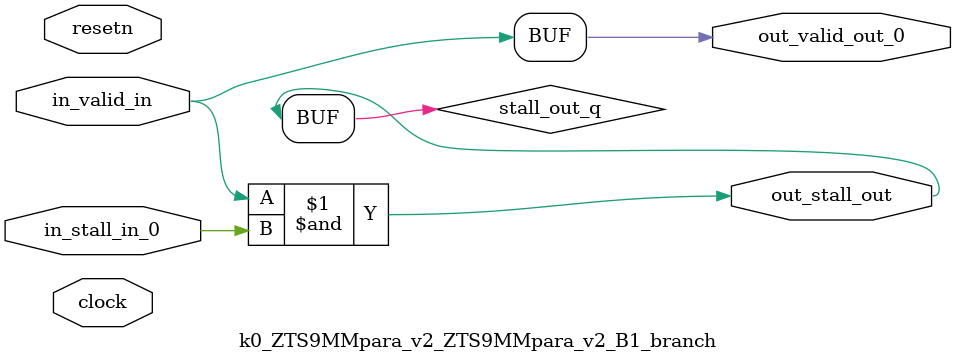
<source format=sv>



(* altera_attribute = "-name AUTO_SHIFT_REGISTER_RECOGNITION OFF; -name MESSAGE_DISABLE 10036; -name MESSAGE_DISABLE 10037; -name MESSAGE_DISABLE 14130; -name MESSAGE_DISABLE 14320; -name MESSAGE_DISABLE 15400; -name MESSAGE_DISABLE 14130; -name MESSAGE_DISABLE 10036; -name MESSAGE_DISABLE 12020; -name MESSAGE_DISABLE 12030; -name MESSAGE_DISABLE 12010; -name MESSAGE_DISABLE 12110; -name MESSAGE_DISABLE 14320; -name MESSAGE_DISABLE 13410; -name MESSAGE_DISABLE 113007; -name MESSAGE_DISABLE 10958" *)
module k0_ZTS9MMpara_v2_ZTS9MMpara_v2_B1_branch (
    input wire [0:0] in_stall_in_0,
    input wire [0:0] in_valid_in,
    output wire [0:0] out_stall_out,
    output wire [0:0] out_valid_out_0,
    input wire clock,
    input wire resetn
    );

    wire [0:0] stall_out_q;


    // stall_out(LOGICAL,6)
    assign stall_out_q = in_valid_in & in_stall_in_0;

    // out_stall_out(GPOUT,4)
    assign out_stall_out = stall_out_q;

    // out_valid_out_0(GPOUT,5)
    assign out_valid_out_0 = in_valid_in;

endmodule

</source>
